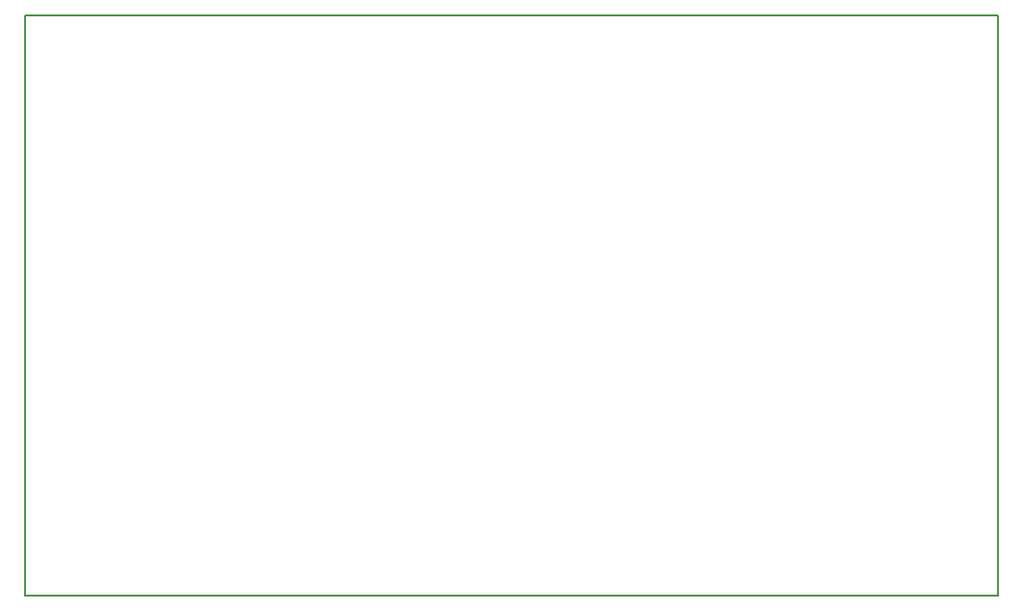
<source format=gbr>
%TF.GenerationSoftware,KiCad,Pcbnew,7.0.7*%
%TF.CreationDate,2023-10-17T21:46:05+02:00*%
%TF.ProjectId,Motherboard_pico,4d6f7468-6572-4626-9f61-72645f706963,rev?*%
%TF.SameCoordinates,Original*%
%TF.FileFunction,Profile,NP*%
%FSLAX46Y46*%
G04 Gerber Fmt 4.6, Leading zero omitted, Abs format (unit mm)*
G04 Created by KiCad (PCBNEW 7.0.7) date 2023-10-17 21:46:05*
%MOMM*%
%LPD*%
G01*
G04 APERTURE LIST*
%TA.AperFunction,Profile*%
%ADD10C,0.200000*%
%TD*%
G04 APERTURE END LIST*
D10*
X121500000Y-84000000D02*
X207000000Y-84000000D01*
X207000000Y-135000000D01*
X121500000Y-135000000D01*
X121500000Y-84000000D01*
M02*

</source>
